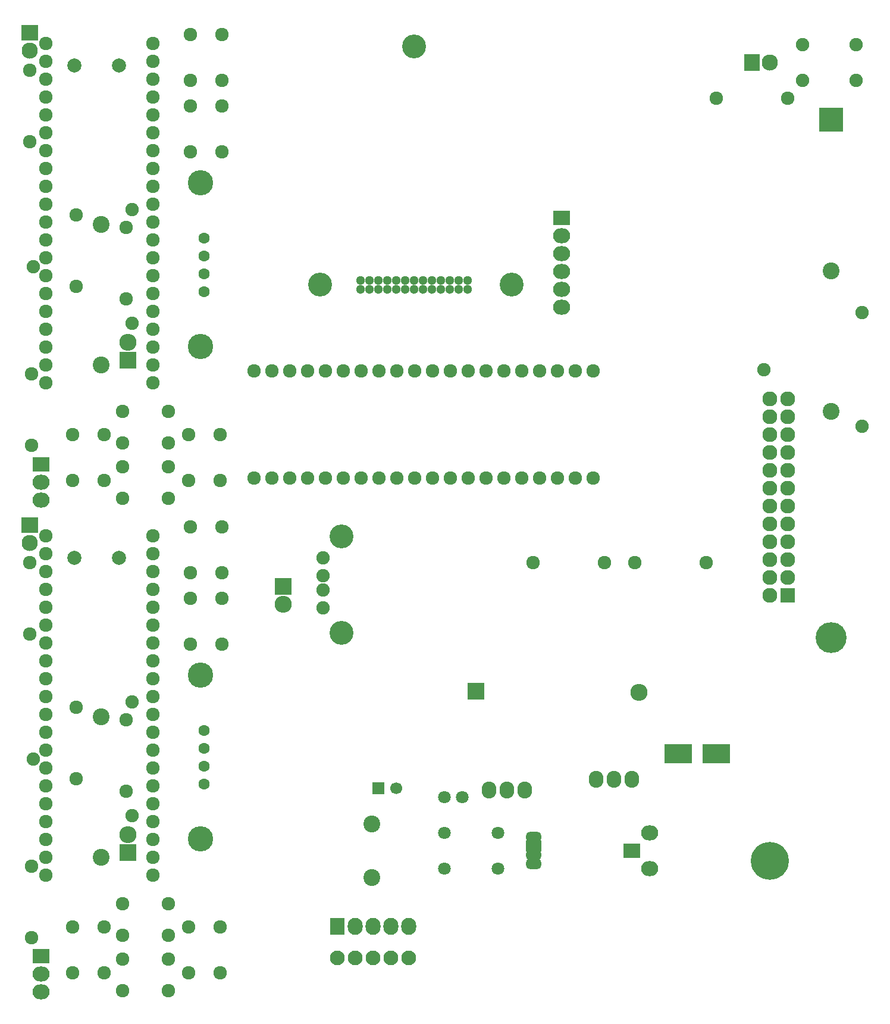
<source format=gbr>
G04 #@! TF.FileFunction,Soldermask,Bot*
%FSLAX46Y46*%
G04 Gerber Fmt 4.6, Leading zero omitted, Abs format (unit mm)*
G04 Created by KiCad (PCBNEW 4.0.2+dfsg1-stable) date 2017年07月20日 15時33分43秒*
%MOMM*%
G01*
G04 APERTURE LIST*
%ADD10C,0.100000*%
%ADD11C,1.924000*%
%ADD12R,2.432000X2.127200*%
%ADD13O,2.432000X2.127200*%
%ADD14R,2.400000X2.300000*%
%ADD15C,2.300000*%
%ADD16C,3.600000*%
%ADD17C,1.600000*%
%ADD18C,2.000200*%
%ADD19C,2.400000*%
%ADD20C,1.900000*%
%ADD21R,2.432000X2.432000*%
%ADD22O,2.432000X2.432000*%
%ADD23R,3.400000X3.400000*%
%ADD24O,4.400000X4.400000*%
%ADD25R,2.300000X2.400000*%
%ADD26C,1.901140*%
%ADD27C,3.399740*%
%ADD28C,3.400000*%
%ADD29C,1.300000*%
%ADD30R,2.127200X2.127200*%
%ADD31O,2.127200X2.127200*%
%ADD32R,1.700000X1.700000*%
%ADD33C,1.700000*%
%ADD34O,2.100000X2.400000*%
%ADD35R,2.127200X2.432000*%
%ADD36O,2.127200X2.432000*%
%ADD37C,2.100000*%
%ADD38C,1.797000*%
%ADD39R,3.900120X2.701240*%
%ADD40C,5.400000*%
%ADD41O,2.305000X1.517600*%
%ADD42R,2.305000X1.517600*%
G04 APERTURE END LIST*
D10*
D11*
X64641600Y-38934800D03*
X64641600Y-41474800D03*
X64641600Y-44014800D03*
X64641600Y-46554800D03*
X64641600Y-49094800D03*
X64641600Y-51634800D03*
X64641600Y-54174800D03*
X64641600Y-56714800D03*
X64641600Y-59254800D03*
X64641600Y-61794800D03*
X64641600Y-64334800D03*
X64641600Y-66874800D03*
X64641600Y-69414800D03*
X64641600Y-71954800D03*
X64641600Y-74494800D03*
X64641600Y-77034800D03*
X64641600Y-79574800D03*
X64641600Y-82114800D03*
X64641600Y-84654800D03*
X64641600Y-87194800D03*
X79881600Y-87194800D03*
X79881600Y-84654800D03*
X79881600Y-82114800D03*
X79881600Y-79574800D03*
X79881600Y-77034800D03*
X79881600Y-74494800D03*
X79881600Y-71954800D03*
X79881600Y-69414800D03*
X79881600Y-66874800D03*
X79881600Y-64334800D03*
X79881600Y-61794800D03*
X79881600Y-59254800D03*
X79881600Y-56714800D03*
X79881600Y-54174800D03*
X79881600Y-51634800D03*
X79881600Y-49094800D03*
X79881600Y-46554800D03*
X79881600Y-44014800D03*
X79881600Y-41474800D03*
X79881600Y-38934800D03*
X75615600Y-95794800D03*
X82115600Y-95794800D03*
X82115600Y-91294800D03*
X75615600Y-91294800D03*
X75615600Y-103668800D03*
X82115600Y-103668800D03*
X82115600Y-99168800D03*
X75615600Y-99168800D03*
X89497600Y-101112800D03*
X89497600Y-94612800D03*
X84997600Y-94612800D03*
X84997600Y-101112800D03*
X68487600Y-94612800D03*
X68487600Y-101112800D03*
X72987600Y-101112800D03*
X72987600Y-94612800D03*
X89751600Y-44216800D03*
X89751600Y-37716800D03*
X85251600Y-37716800D03*
X85251600Y-44216800D03*
X89751600Y-54376800D03*
X89751600Y-47876800D03*
X85251600Y-47876800D03*
X85251600Y-54376800D03*
D12*
X63955600Y-98784800D03*
D13*
X63955600Y-101324800D03*
X63955600Y-103864800D03*
D14*
X62355600Y-37410800D03*
D15*
X62355600Y-39950800D03*
D16*
X86663600Y-82080800D03*
X86663600Y-58780800D03*
D17*
X87163600Y-66620800D03*
X87163600Y-69160800D03*
X87163600Y-71700800D03*
X87163600Y-74240800D03*
D18*
X68705600Y-42109800D03*
X75055600Y-42109800D03*
D11*
X76071600Y-65096800D03*
X76071600Y-75256800D03*
X68959600Y-73478800D03*
X68959600Y-63318800D03*
X62355600Y-52904800D03*
X62355600Y-42744800D03*
X62609600Y-96084800D03*
X62609600Y-85924800D03*
D19*
X72515600Y-64684800D03*
X72515600Y-84684800D03*
D20*
X62915600Y-70684800D03*
X76915600Y-62584800D03*
X76915600Y-78784800D03*
D21*
X76325600Y-84019800D03*
D22*
X76325600Y-81479800D03*
D23*
X176443600Y-49748800D03*
D24*
X176443600Y-123408800D03*
D19*
X176443600Y-91308800D03*
X176443600Y-71308800D03*
D20*
X166843600Y-85308800D03*
X180843600Y-93408800D03*
X180843600Y-77208800D03*
D25*
X165173600Y-41620800D03*
D15*
X167713600Y-41620800D03*
D26*
X104083480Y-112131940D03*
X104083480Y-114671940D03*
X104083480Y-116703940D03*
X104083480Y-119243940D03*
D27*
X106750480Y-109083940D03*
X106750480Y-122799940D03*
D12*
X138085600Y-63744800D03*
D13*
X138085600Y-66284800D03*
X138085600Y-68824800D03*
X138085600Y-71364800D03*
X138085600Y-73904800D03*
X138085600Y-76444800D03*
D11*
X160093600Y-46700800D03*
X170253600Y-46700800D03*
X134005600Y-112744800D03*
X144165600Y-112744800D03*
X148505600Y-112744800D03*
X158665600Y-112744800D03*
D20*
X179999600Y-39080800D03*
X179999600Y-44160800D03*
X172379600Y-39080800D03*
X172379600Y-44160800D03*
D21*
X125897600Y-131028800D03*
D22*
X149085600Y-131244800D03*
D28*
X117085600Y-39344800D03*
X130985600Y-73244800D03*
X103685600Y-73244800D03*
D29*
X109465600Y-73879800D03*
X109465600Y-72609800D03*
X110735600Y-73879800D03*
X110735600Y-72609800D03*
X112005600Y-73879800D03*
X112005600Y-72609800D03*
X113275600Y-73879800D03*
X113275600Y-72609800D03*
X114545600Y-73879800D03*
X114545600Y-72609800D03*
X115815600Y-73879800D03*
X115815600Y-72609800D03*
X117085600Y-73879800D03*
X117085600Y-72609800D03*
X118355600Y-73879800D03*
X118355600Y-72609800D03*
X119625600Y-73879800D03*
X119625600Y-72609800D03*
X120895600Y-73879800D03*
X120895600Y-72609800D03*
X122165600Y-73879800D03*
X122165600Y-72609800D03*
X123435600Y-73879800D03*
X123435600Y-72609800D03*
X124705600Y-73879800D03*
X124705600Y-72609800D03*
D11*
X142545600Y-85554800D03*
X140005600Y-85554800D03*
X137465600Y-85554800D03*
X134925600Y-85554800D03*
X132385600Y-85554800D03*
X129845600Y-85554800D03*
X127305600Y-85554800D03*
X124765600Y-85554800D03*
X122225600Y-85554800D03*
X119685600Y-85554800D03*
X117145600Y-85554800D03*
X114605600Y-85554800D03*
X112065600Y-85554800D03*
X109525600Y-85554800D03*
X106985600Y-85554800D03*
X104445600Y-85554800D03*
X101905600Y-85554800D03*
X99365600Y-85554800D03*
X96825600Y-85554800D03*
X94285600Y-85554800D03*
X94285600Y-100794800D03*
X96825600Y-100794800D03*
X99365600Y-100794800D03*
X101905600Y-100794800D03*
X104445600Y-100794800D03*
X106985600Y-100794800D03*
X109525600Y-100794800D03*
X112065600Y-100794800D03*
X114605600Y-100794800D03*
X117145600Y-100794800D03*
X119685600Y-100794800D03*
X122225600Y-100794800D03*
X124765600Y-100794800D03*
X127305600Y-100794800D03*
X129845600Y-100794800D03*
X132385600Y-100794800D03*
X134925600Y-100794800D03*
X137465600Y-100794800D03*
X140005600Y-100794800D03*
X142545600Y-100794800D03*
D21*
X98465600Y-116169800D03*
D22*
X98465600Y-118709800D03*
D30*
X170220600Y-117439800D03*
D31*
X167680600Y-117439800D03*
X170220600Y-114899800D03*
X167680600Y-114899800D03*
X170220600Y-112359800D03*
X167680600Y-112359800D03*
X170220600Y-109819800D03*
X167680600Y-109819800D03*
X170220600Y-107279800D03*
X167680600Y-107279800D03*
X170220600Y-104739800D03*
X167680600Y-104739800D03*
X170220600Y-102199800D03*
X167680600Y-102199800D03*
X170220600Y-99659800D03*
X167680600Y-99659800D03*
X170220600Y-97119800D03*
X167680600Y-97119800D03*
X170220600Y-94579800D03*
X167680600Y-94579800D03*
X170220600Y-92039800D03*
X167680600Y-92039800D03*
X170220600Y-89499800D03*
X167680600Y-89499800D03*
D32*
X111997600Y-144854800D03*
D33*
X114497600Y-144854800D03*
D34*
X148065600Y-143584800D03*
X145525600Y-143584800D03*
X142985600Y-143584800D03*
X132825600Y-145108800D03*
X130285600Y-145108800D03*
X127745600Y-145108800D03*
D35*
X106155600Y-164539800D03*
D36*
X108695600Y-164539800D03*
X111235600Y-164539800D03*
X113775600Y-164539800D03*
X116315600Y-164539800D03*
D37*
X116315600Y-168984800D03*
X111235600Y-168984800D03*
X113775600Y-168984800D03*
X108695600Y-168984800D03*
X106155600Y-168984800D03*
D12*
X148065600Y-153744800D03*
D13*
X150605600Y-151204800D03*
X150605600Y-156284800D03*
D38*
X121395600Y-146124800D03*
X123935600Y-146124800D03*
D19*
X111085600Y-157544640D03*
X111085600Y-149944960D03*
D39*
X154635580Y-139994800D03*
X160035620Y-139994800D03*
D38*
X129015600Y-151204800D03*
X129015600Y-156284800D03*
X121395600Y-151204800D03*
X121395600Y-156284800D03*
D40*
X167685600Y-155214800D03*
D41*
X134095600Y-151839800D03*
D42*
X134095600Y-153109800D03*
D41*
X134095600Y-154379800D03*
X134095600Y-155649800D03*
D21*
X76325600Y-154019800D03*
D22*
X76325600Y-151479800D03*
D19*
X72515600Y-134684800D03*
X72515600Y-154684800D03*
D20*
X62915600Y-140684800D03*
X76915600Y-132584800D03*
X76915600Y-148784800D03*
D11*
X62609600Y-166084800D03*
X62609600Y-155924800D03*
X62355600Y-122904800D03*
X62355600Y-112744800D03*
X68959600Y-143478800D03*
X68959600Y-133318800D03*
X76071600Y-135096800D03*
X76071600Y-145256800D03*
D18*
X68705600Y-112109800D03*
X75055600Y-112109800D03*
D16*
X86663600Y-152080800D03*
X86663600Y-128780800D03*
D17*
X87163600Y-136620800D03*
X87163600Y-139160800D03*
X87163600Y-141700800D03*
X87163600Y-144240800D03*
D14*
X62355600Y-107410800D03*
D15*
X62355600Y-109950800D03*
D12*
X63955600Y-168784800D03*
D13*
X63955600Y-171324800D03*
X63955600Y-173864800D03*
D11*
X89751600Y-124376800D03*
X89751600Y-117876800D03*
X85251600Y-117876800D03*
X85251600Y-124376800D03*
X89751600Y-114216800D03*
X89751600Y-107716800D03*
X85251600Y-107716800D03*
X85251600Y-114216800D03*
X68487600Y-164612800D03*
X68487600Y-171112800D03*
X72987600Y-171112800D03*
X72987600Y-164612800D03*
X89497600Y-171112800D03*
X89497600Y-164612800D03*
X84997600Y-164612800D03*
X84997600Y-171112800D03*
X75615600Y-173668800D03*
X82115600Y-173668800D03*
X82115600Y-169168800D03*
X75615600Y-169168800D03*
X75615600Y-165794800D03*
X82115600Y-165794800D03*
X82115600Y-161294800D03*
X75615600Y-161294800D03*
X64641600Y-108934800D03*
X64641600Y-111474800D03*
X64641600Y-114014800D03*
X64641600Y-116554800D03*
X64641600Y-119094800D03*
X64641600Y-121634800D03*
X64641600Y-124174800D03*
X64641600Y-126714800D03*
X64641600Y-129254800D03*
X64641600Y-131794800D03*
X64641600Y-134334800D03*
X64641600Y-136874800D03*
X64641600Y-139414800D03*
X64641600Y-141954800D03*
X64641600Y-144494800D03*
X64641600Y-147034800D03*
X64641600Y-149574800D03*
X64641600Y-152114800D03*
X64641600Y-154654800D03*
X64641600Y-157194800D03*
X79881600Y-157194800D03*
X79881600Y-154654800D03*
X79881600Y-152114800D03*
X79881600Y-149574800D03*
X79881600Y-147034800D03*
X79881600Y-144494800D03*
X79881600Y-141954800D03*
X79881600Y-139414800D03*
X79881600Y-136874800D03*
X79881600Y-134334800D03*
X79881600Y-131794800D03*
X79881600Y-129254800D03*
X79881600Y-126714800D03*
X79881600Y-124174800D03*
X79881600Y-121634800D03*
X79881600Y-119094800D03*
X79881600Y-116554800D03*
X79881600Y-114014800D03*
X79881600Y-111474800D03*
X79881600Y-108934800D03*
M02*

</source>
